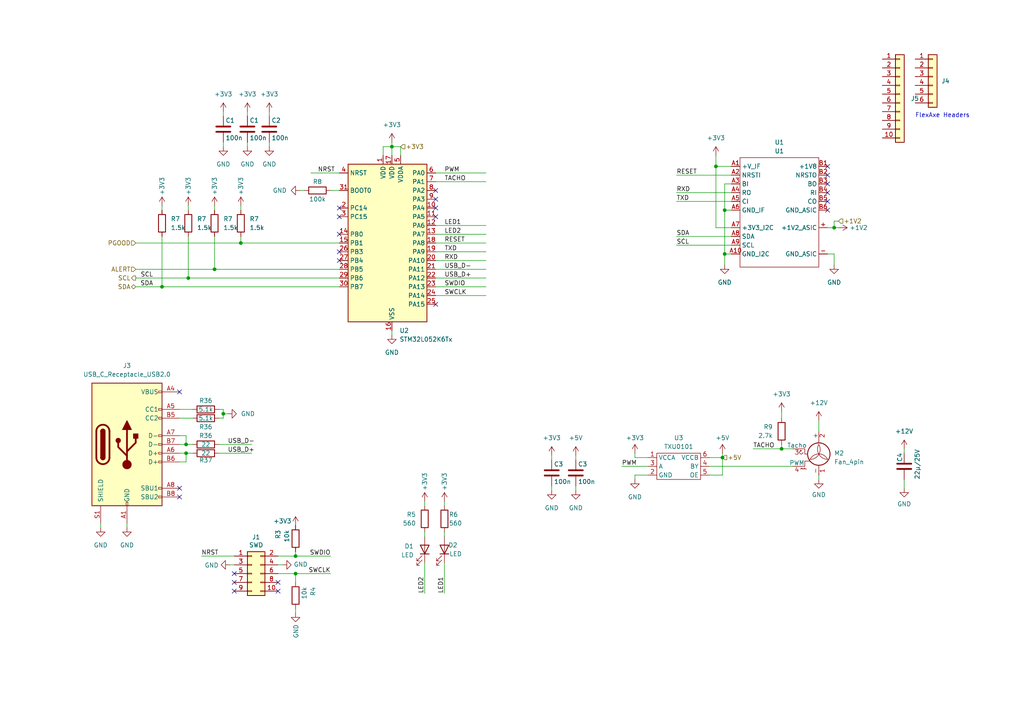
<source format=kicad_sch>
(kicad_sch (version 20230121) (generator eeschema)
  (paper "A4")
  (lib_symbols
    (symbol "Connector:USB_C_Receptacle_USB2.0" (pin_names (offset 1.016))
      (property "Reference" "J" (at -10.16 19.05 0))
      (property "Value" "USB_C_Receptacle_USB2.0" (at 19.05 19.05 0))
      (symbol "USB_C_Receptacle_USB2.0_0_0"
        (rectangle (start -0.254 -17.78) (end 0.254 -16.764))
        (rectangle (start 10.16 -14.986) (end 9.144 -15.494))
        (rectangle (start 10.16 -12.446) (end 9.144 -12.954))
        (rectangle (start 10.16 -4.826) (end 9.144 -5.334))
        (rectangle (start 10.16 -2.286) (end 9.144 -2.794))
        (rectangle (start 10.16 0.254) (end 9.144 -0.254))
        (rectangle (start 10.16 2.794) (end 9.144 2.286))
        (rectangle (start 10.16 7.874) (end 9.144 7.366))
        (rectangle (start 10.16 10.414) (end 9.144 9.906))
        (rectangle (start 10.16 15.494) (end 9.144 14.986))
      )
      (symbol "USB_C_Receptacle_USB2.0_0_1"
        (rectangle (start -10.16 17.78) (end 10.16 -17.78) (stroke (width 0.254)) (fill (type background)))
        (arc (start -8.89 -3.81) (mid -6.985 -5.7067) (end -5.08 -3.81) (stroke (width 0.508)))
        (arc (start -7.62 -3.81) (mid -6.985 -4.4423) (end -6.35 -3.81) (stroke (width 0.254)))
        (arc (start -7.62 -3.81) (mid -6.985 -4.4423) (end -6.35 -3.81) (stroke (width 0.254)) (fill (type outline)))
        (rectangle (start -7.62 -3.81) (end -6.35 3.81) (stroke (width 0.254)) (fill (type outline)))
        (arc (start -6.35 3.81) (mid -6.985 4.4423) (end -7.62 3.81) (stroke (width 0.254)))
        (arc (start -6.35 3.81) (mid -6.985 4.4423) (end -7.62 3.81) (stroke (width 0.254)) (fill (type outline)))
        (arc (start -5.08 3.81) (mid -6.985 5.7067) (end -8.89 3.81) (stroke (width 0.508)))
        (circle (center -2.54 1.143) (radius 0.635) (stroke (width 0.254)) (fill (type outline)))
        (circle (center 0 -5.842) (radius 1.27) (fill (type outline)))
        (polyline (pts (xy -8.89 -3.81) (xy -8.89 3.81)) (stroke (width 0.508)))
        (polyline (pts (xy -5.08 3.81) (xy -5.08 -3.81)) (stroke (width 0.508)))
        (polyline (pts (xy 0 -5.842) (xy 0 4.318)) (stroke (width 0.508)))
        (polyline (pts (xy 0 -3.302) (xy -2.54 -0.762) (xy -2.54 0.508)) (stroke (width 0.508)))
        (polyline (pts (xy 0 -2.032) (xy 2.54 0.508) (xy 2.54 1.778)) (stroke (width 0.508)))
        (polyline (pts (xy -1.27 4.318) (xy 0 6.858) (xy 1.27 4.318) (xy -1.27 4.318)) (stroke (width 0.254)) (fill (type outline)))
        (rectangle (start 1.905 1.778) (end 3.175 3.048) (stroke (width 0.254)) (fill (type outline)))
      )
      (symbol "USB_C_Receptacle_USB2.0_1_1"
        (pin passive line (at 0 -22.86 90) (length 5.08) (name "GND") (number "A1"))
        (pin passive line (at 0 -22.86 90) (length 5.08) hide (name "GND") (number "A12"))
        (pin passive line (at 15.24 15.24 180) (length 5.08) (name "VBUS") (number "A4"))
        (pin bidirectional line (at 15.24 10.16 180) (length 5.08) (name "CC1") (number "A5"))
        (pin bidirectional line (at 15.24 -2.54 180) (length 5.08) (name "D+") (number "A6"))
        (pin bidirectional line (at 15.24 2.54 180) (length 5.08) (name "D-") (number "A7"))
        (pin bidirectional line (at 15.24 -12.7 180) (length 5.08) (name "SBU1") (number "A8"))
        (pin passive line (at 15.24 15.24 180) (length 5.08) hide (name "VBUS") (number "A9"))
        (pin passive line (at 0 -22.86 90) (length 5.08) hide (name "GND") (number "B1"))
        (pin passive line (at 0 -22.86 90) (length 5.08) hide (name "GND") (number "B12"))
        (pin passive line (at 15.24 15.24 180) (length 5.08) hide (name "VBUS") (number "B4"))
        (pin bidirectional line (at 15.24 7.62 180) (length 5.08) (name "CC2") (number "B5"))
        (pin bidirectional line (at 15.24 -5.08 180) (length 5.08) (name "D+") (number "B6"))
        (pin bidirectional line (at 15.24 0 180) (length 5.08) (name "D-") (number "B7"))
        (pin bidirectional line (at 15.24 -15.24 180) (length 5.08) (name "SBU2") (number "B8"))
        (pin passive line (at 15.24 15.24 180) (length 5.08) hide (name "VBUS") (number "B9"))
        (pin passive line (at -7.62 -22.86 90) (length 5.08) (name "SHIELD") (number "S1"))
      )
    )
    (symbol "Connector_Generic:Conn_01x06" (pin_names (offset 1.016) hide)
      (property "Reference" "J" (at 0 7.62 0))
      (property "Value" "Conn_01x06" (at 0 -10.16 0))
      (symbol "Conn_01x06_1_1"
        (rectangle (start -1.27 -7.493) (end 0 -7.747) (stroke (width 0.1524)))
        (rectangle (start -1.27 -4.953) (end 0 -5.207) (stroke (width 0.1524)))
        (rectangle (start -1.27 -2.413) (end 0 -2.667) (stroke (width 0.1524)))
        (rectangle (start -1.27 0.127) (end 0 -0.127) (stroke (width 0.1524)))
        (rectangle (start -1.27 2.667) (end 0 2.413) (stroke (width 0.1524)))
        (rectangle (start -1.27 5.207) (end 0 4.953) (stroke (width 0.1524)))
        (rectangle (start -1.27 6.35) (end 1.27 -8.89) (stroke (width 0.254)) (fill (type background)))
        (pin passive line (at -5.08 5.08 0) (length 3.81) (name "Pin_1") (number "1"))
        (pin passive line (at -5.08 2.54 0) (length 3.81) (name "Pin_2") (number "2"))
        (pin passive line (at -5.08 0 0) (length 3.81) (name "Pin_3") (number "3"))
        (pin passive line (at -5.08 -2.54 0) (length 3.81) (name "Pin_4") (number "4"))
        (pin passive line (at -5.08 -5.08 0) (length 3.81) (name "Pin_5") (number "5"))
        (pin passive line (at -5.08 -7.62 0) (length 3.81) (name "Pin_6") (number "6"))
      )
    )
    (symbol "Connector_Generic:Conn_01x10" (pin_names (offset 1.016) hide)
      (property "Reference" "J" (at 0 12.7 0))
      (property "Value" "Conn_01x10" (at 0 -15.24 0))
      (symbol "Conn_01x10_1_1"
        (rectangle (start -1.27 -12.573) (end 0 -12.827) (stroke (width 0.1524)))
        (rectangle (start -1.27 -10.033) (end 0 -10.287) (stroke (width 0.1524)))
        (rectangle (start -1.27 -7.493) (end 0 -7.747) (stroke (width 0.1524)))
        (rectangle (start -1.27 -4.953) (end 0 -5.207) (stroke (width 0.1524)))
        (rectangle (start -1.27 -2.413) (end 0 -2.667) (stroke (width 0.1524)))
        (rectangle (start -1.27 0.127) (end 0 -0.127) (stroke (width 0.1524)))
        (rectangle (start -1.27 2.667) (end 0 2.413) (stroke (width 0.1524)))
        (rectangle (start -1.27 5.207) (end 0 4.953) (stroke (width 0.1524)))
        (rectangle (start -1.27 7.747) (end 0 7.493) (stroke (width 0.1524)))
        (rectangle (start -1.27 10.287) (end 0 10.033) (stroke (width 0.1524)))
        (rectangle (start -1.27 11.43) (end 1.27 -13.97) (stroke (width 0.254)) (fill (type background)))
        (pin passive line (at -5.08 10.16 0) (length 3.81) (name "Pin_1") (number "1"))
        (pin passive line (at -5.08 -12.7 0) (length 3.81) (name "Pin_10") (number "10"))
        (pin passive line (at -5.08 7.62 0) (length 3.81) (name "Pin_2") (number "2"))
        (pin passive line (at -5.08 5.08 0) (length 3.81) (name "Pin_3") (number "3"))
        (pin passive line (at -5.08 2.54 0) (length 3.81) (name "Pin_4") (number "4"))
        (pin passive line (at -5.08 0 0) (length 3.81) (name "Pin_5") (number "5"))
        (pin passive line (at -5.08 -2.54 0) (length 3.81) (name "Pin_6") (number "6"))
        (pin passive line (at -5.08 -5.08 0) (length 3.81) (name "Pin_7") (number "7"))
        (pin passive line (at -5.08 -7.62 0) (length 3.81) (name "Pin_8") (number "8"))
        (pin passive line (at -5.08 -10.16 0) (length 3.81) (name "Pin_9") (number "9"))
      )
    )
    (symbol "Device:C" (pin_numbers hide) (pin_names (offset 0.254))
      (property "Reference" "C" (at 0.635 2.54 0))
      (property "Value" "C" (at 0.635 -2.54 0))
      (symbol "C_0_1"
        (polyline (pts (xy -2.032 -0.762) (xy 2.032 -0.762)) (stroke (width 0.508)))
        (polyline (pts (xy -2.032 0.762) (xy 2.032 0.762)) (stroke (width 0.508)))
      )
      (symbol "C_1_1"
        (pin passive line (at 0 3.81 270) (length 2.794) (name "~") (number "1"))
        (pin passive line (at 0 -3.81 90) (length 2.794) (name "~") (number "2"))
      )
    )
    (symbol "Device:LED" (pin_numbers hide) (pin_names (offset 1.016) hide)
      (property "Reference" "D" (at 0 2.54 0))
      (property "Value" "LED" (at 0 -2.54 0))
      (symbol "LED_0_1"
        (polyline (pts (xy -1.27 -1.27) (xy -1.27 1.27)) (stroke (width 0.254)))
        (polyline (pts (xy -1.27 0) (xy 1.27 0)))
        (polyline (pts (xy 1.27 -1.27) (xy 1.27 1.27) (xy -1.27 0) (xy 1.27 -1.27)) (stroke (width 0.254)))
        (polyline (pts (xy -3.048 -0.762) (xy -4.572 -2.286) (xy -3.81 -2.286) (xy -4.572 -2.286) (xy -4.572 -1.524)))
        (polyline (pts (xy -1.778 -0.762) (xy -3.302 -2.286) (xy -2.54 -2.286) (xy -3.302 -2.286) (xy -3.302 -1.524)))
      )
      (symbol "LED_1_1"
        (pin passive line (at -3.81 0 0) (length 2.54) (name "K") (number "1"))
        (pin passive line (at 3.81 0 180) (length 2.54) (name "A") (number "2"))
      )
    )
    (symbol "Device:R" (pin_numbers hide) (pin_names (offset 0))
      (property "Reference" "R" (at 2.032 0 90))
      (property "Value" "R" (at 0 0 90))
      (symbol "R_0_1"
        (rectangle (start -1.016 -2.54) (end 1.016 2.54) (stroke (width 0.254)))
      )
      (symbol "R_1_1"
        (pin passive line (at 0 3.81 270) (length 1.27) (name "~") (number "1"))
        (pin passive line (at 0 -3.81 90) (length 1.27) (name "~") (number "2"))
      )
    )
    (symbol "GND_1" (power) (pin_names (offset 0))
      (property "Value" "GND_1" (at 0 -3.81 0))
      (symbol "GND_1_0_1"
        (polyline (pts (xy 0 0) (xy 0 -1.27) (xy 1.27 -1.27) (xy 0 -2.54) (xy -1.27 -1.27) (xy 0 -1.27)))
      )
      (symbol "GND_1_1_1"
        (pin power_in line (at 0 0 270) (length 0) hide (name "GND") (number "1"))
      )
    )
    (symbol "MCU_ST_STM32L0:STM32L052K6Tx"
      (property "Reference" "U" (at -10.16 24.13 0))
      (property "Value" "STM32L052K6Tx" (at 7.62 24.13 0))
      (symbol "STM32L052K6Tx_0_1"
        (rectangle (start -10.16 -22.86) (end 12.7 22.86) (stroke (width 0.254)) (fill (type background)))
      )
      (symbol "STM32L052K6Tx_1_1"
        (pin power_in line (at 0 25.4 270) (length 2.54) (name "VDD") (number "1"))
        (pin bidirectional line (at 15.24 10.16 180) (length 2.54) (name "PA4") (number "10"))
        (pin bidirectional line (at 15.24 7.62 180) (length 2.54) (name "PA5") (number "11"))
        (pin bidirectional line (at 15.24 5.08 180) (length 2.54) (name "PA6") (number "12"))
        (pin bidirectional line (at 15.24 2.54 180) (length 2.54) (name "PA7") (number "13"))
        (pin bidirectional line (at -12.7 2.54 0) (length 2.54) (name "PB0") (number "14"))
        (pin bidirectional line (at -12.7 0 0) (length 2.54) (name "PB1") (number "15"))
        (pin power_in line (at 2.54 -25.4 90) (length 2.54) (name "VSS") (number "16"))
        (pin power_in line (at 2.54 25.4 270) (length 2.54) (name "VDD") (number "17"))
        (pin bidirectional line (at 15.24 0 180) (length 2.54) (name "PA8") (number "18"))
        (pin bidirectional line (at 15.24 -2.54 180) (length 2.54) (name "PA9") (number "19"))
        (pin bidirectional line (at -12.7 10.16 0) (length 2.54) (name "PC14") (number "2"))
        (pin bidirectional line (at 15.24 -5.08 180) (length 2.54) (name "PA10") (number "20"))
        (pin bidirectional line (at 15.24 -7.62 180) (length 2.54) (name "PA11") (number "21"))
        (pin bidirectional line (at 15.24 -10.16 180) (length 2.54) (name "PA12") (number "22"))
        (pin bidirectional line (at 15.24 -12.7 180) (length 2.54) (name "PA13") (number "23"))
        (pin bidirectional line (at 15.24 -15.24 180) (length 2.54) (name "PA14") (number "24"))
        (pin bidirectional line (at 15.24 -17.78 180) (length 2.54) (name "PA15") (number "25"))
        (pin bidirectional line (at -12.7 -2.54 0) (length 2.54) (name "PB3") (number "26"))
        (pin bidirectional line (at -12.7 -5.08 0) (length 2.54) (name "PB4") (number "27"))
        (pin bidirectional line (at -12.7 -7.62 0) (length 2.54) (name "PB5") (number "28"))
        (pin bidirectional line (at -12.7 -10.16 0) (length 2.54) (name "PB6") (number "29"))
        (pin bidirectional line (at -12.7 7.62 0) (length 2.54) (name "PC15") (number "3"))
        (pin bidirectional line (at -12.7 -12.7 0) (length 2.54) (name "PB7") (number "30"))
        (pin input line (at -12.7 15.24 0) (length 2.54) (name "BOOT0") (number "31"))
        (pin passive line (at 2.54 -25.4 90) (length 2.54) hide (name "VSS") (number "32"))
        (pin input line (at -12.7 20.32 0) (length 2.54) (name "NRST") (number "4"))
        (pin power_in line (at 5.08 25.4 270) (length 2.54) (name "VDDA") (number "5"))
        (pin bidirectional line (at 15.24 20.32 180) (length 2.54) (name "PA0") (number "6"))
        (pin bidirectional line (at 15.24 17.78 180) (length 2.54) (name "PA1") (number "7"))
        (pin bidirectional line (at 15.24 15.24 180) (length 2.54) (name "PA2") (number "8"))
        (pin bidirectional line (at 15.24 12.7 180) (length 2.54) (name "PA3") (number "9"))
      )
    )
    (symbol "Motor:Fan_4pin" (pin_names (offset 0))
      (property "Reference" "M" (at 2.54 5.08 0))
      (property "Value" "Fan_4pin" (at 2.54 -2.54 0))
      (symbol "Fan_4pin_0_0"
        (arc (start -5.588 1.524) (mid -5.08 1.0182) (end -4.572 1.524))
        (arc (start -5.08 2.032) (mid -5.4392 1.8832) (end -5.588 1.524))
        (polyline (pts (xy -5.08 2.032) (xy -5.334 2.159)))
        (polyline (pts (xy -5.08 2.032) (xy -5.207 1.778)))
        (polyline (pts (xy -4.064 2.54) (xy -4.064 1.016) (xy -3.302 1.016)))
      )
      (symbol "Fan_4pin_0_1"
        (arc (start -2.54 -0.508) (mid 0.0028 0.9121) (end 0 3.81))
        (polyline (pts (xy -4.064 2.54) (xy -5.08 2.54)))
        (polyline (pts (xy 0 -5.08) (xy 0 -4.572)))
        (polyline (pts (xy 0 -2.2352) (xy 0 -2.6416)))
        (polyline (pts (xy 0 4.2672) (xy 0 4.6228)))
        (polyline (pts (xy 0 4.572) (xy 0 5.08)))
        (polyline (pts (xy -2.54 -1.016) (xy -4.064 -1.016) (xy -4.064 -2.54) (xy -5.08 -2.54)))
        (polyline (pts (xy -5.334 -3.302) (xy -5.08 -3.302) (xy -5.08 -3.048) (xy -4.826 -3.048) (xy -4.826 -3.302) (xy -4.318 -3.302) (xy -4.318 -3.048) (xy -4.064 -3.048) (xy -4.064 -3.302) (xy -3.556 -3.302)))
        (circle (center 0 1.016) (radius 3.2512) (stroke (width 0.254)))
        (arc (start 0 3.81) (mid 0.053 0.921) (end 2.54 -0.508))
        (arc (start 2.54 -0.508) (mid 0 1.0618) (end -2.54 -0.508))
      )
      (symbol "Fan_4pin_1_1"
        (pin passive line (at 0 -5.08 90) (length 2.54) (name "-") (number "1"))
        (pin passive line (at 0 7.62 270) (length 2.54) (name "+") (number "2"))
        (pin passive line (at -7.62 2.54 0) (length 2.54) (name "Tacho") (number "3"))
        (pin input line (at -7.62 -2.54 0) (length 2.54) (name "PWM") (number "4"))
      )
    )
    (symbol "clock-rescue:R" (pin_numbers hide) (pin_names (offset 0))
      (property "Reference" "R" (at 2.032 0 90))
      (property "Value" "R" (at 0 0 90))
      (symbol "R_0_1"
        (rectangle (start -1.016 -2.54) (end 1.016 2.54) (stroke (width 0.254)))
      )
      (symbol "R_1_1"
        (pin passive line (at 0 3.81 270) (length 1.27) (name "~") (number "1"))
        (pin passive line (at 0 -3.81 90) (length 1.27) (name "~") (number "2"))
      )
    )
    (symbol "dwc-hat-rescue:+3V3-power" (power) (pin_names (offset 0))
      (property "Value" "+3V3-power" (at 0 3.556 0))
      (symbol "+3V3-power_0_1"
        (polyline (pts (xy -0.762 1.27) (xy 0 2.54)))
        (polyline (pts (xy 0 0) (xy 0 2.54)))
        (polyline (pts (xy 0 2.54) (xy 0.762 1.27)))
      )
      (symbol "+3V3-power_1_1"
        (pin power_in line (at 0 0 90) (length 0) hide (name "+3V3") (number "1"))
      )
    )
    (symbol "dwc-hat-rescue:Conn_02x05_Odd_Even-Connector_Generic" (pin_names (offset 1.016) hide)
      (property "Reference" "J" (at 1.27 7.62 0))
      (property "Value" "Connector_Generic_Conn_02x05_Odd_Even" (at 1.27 -7.62 0))
      (symbol "Conn_02x05_Odd_Even-Connector_Generic_1_1"
        (rectangle (start -1.27 -4.953) (end 0 -5.207) (stroke (width 0.1524)))
        (rectangle (start -1.27 -2.413) (end 0 -2.667) (stroke (width 0.1524)))
        (rectangle (start -1.27 0.127) (end 0 -0.127) (stroke (width 0.1524)))
        (rectangle (start -1.27 2.667) (end 0 2.413) (stroke (width 0.1524)))
        (rectangle (start -1.27 5.207) (end 0 4.953) (stroke (width 0.1524)))
        (rectangle (start -1.27 6.35) (end 3.81 -6.35) (stroke (width 0.254)) (fill (type background)))
        (rectangle (start 3.81 -4.953) (end 2.54 -5.207) (stroke (width 0.1524)))
        (rectangle (start 3.81 -2.413) (end 2.54 -2.667) (stroke (width 0.1524)))
        (rectangle (start 3.81 0.127) (end 2.54 -0.127) (stroke (width 0.1524)))
        (rectangle (start 3.81 2.667) (end 2.54 2.413) (stroke (width 0.1524)))
        (rectangle (start 3.81 5.207) (end 2.54 4.953) (stroke (width 0.1524)))
        (pin passive line (at -5.08 5.08 0) (length 3.81) (name "Pin_1") (number "1"))
        (pin passive line (at 7.62 -5.08 180) (length 3.81) (name "Pin_10") (number "10"))
        (pin passive line (at 7.62 5.08 180) (length 3.81) (name "Pin_2") (number "2"))
        (pin passive line (at -5.08 2.54 0) (length 3.81) (name "Pin_3") (number "3"))
        (pin passive line (at 7.62 2.54 180) (length 3.81) (name "Pin_4") (number "4"))
        (pin passive line (at -5.08 0 0) (length 3.81) (name "Pin_5") (number "5"))
        (pin passive line (at 7.62 0 180) (length 3.81) (name "Pin_6") (number "6"))
        (pin passive line (at -5.08 -2.54 0) (length 3.81) (name "Pin_7") (number "7"))
        (pin passive line (at 7.62 -2.54 180) (length 3.81) (name "Pin_8") (number "8"))
        (pin passive line (at -5.08 -5.08 0) (length 3.81) (name "Pin_9") (number "9"))
      )
    )
    (symbol "dwc-hat-rescue:GND-power" (power) (pin_names (offset 0))
      (property "Value" "GND-power" (at 0 -3.81 0))
      (symbol "GND-power_0_1"
        (polyline (pts (xy 0 0) (xy 0 -1.27) (xy 1.27 -1.27) (xy 0 -2.54) (xy -1.27 -1.27) (xy 0 -1.27)))
      )
      (symbol "GND-power_1_1"
        (pin power_in line (at 0 0 270) (length 0) hide (name "GND") (number "1"))
      )
    )
    (symbol "dwc-hat-rescue:R-Device" (pin_numbers hide) (pin_names (offset 0))
      (property "Reference" "R" (at 2.032 0 90))
      (property "Value" "Device_R" (at 0 0 90))
      (symbol "R-Device_0_1"
        (rectangle (start -1.016 -2.54) (end 1.016 2.54) (stroke (width 0.254)))
      )
      (symbol "R-Device_1_1"
        (pin passive line (at 0 3.81 270) (length 1.27) (name "~") (number "1"))
        (pin passive line (at 0 -3.81 90) (length 1.27) (name "~") (number "2"))
      )
    )
    (symbol "mylib7:FLEXAXE"
      (property "Reference" "U" (at -10.16 15.24 0))
      (property "Value" "${REFERENCE}" (at -3.81 -19.05 0))
      (symbol "FLEXAXE_0_1"
        (rectangle (start -11.43 13.97) (end 11.43 -17.78))
      )
      (symbol "FLEXAXE_1_1"
        (pin power_in line (at 13.97 -6.35 180) (length 2.54) (name "+1V2_ASIC") (number "+"))
        (pin power_in line (at 13.97 -13.97 180) (length 2.54) (name "GND_ASIC") (number "-"))
        (pin input line (at -13.97 11.43 0) (length 2.54) (name "+V_IF") (number "A1"))
        (pin power_in line (at -13.97 -13.97 0) (length 2.54) (name "GND_I2C") (number "A10"))
        (pin input line (at -13.97 8.89 0) (length 2.54) (name "NRSTI") (number "A2"))
        (pin input line (at -13.97 6.35 0) (length 2.54) (name "BI") (number "A3"))
        (pin output line (at -13.97 3.81 0) (length 2.54) (name "RO") (number "A4"))
        (pin input line (at -13.97 1.27 0) (length 2.54) (name "CI") (number "A5"))
        (pin input line (at -13.97 -1.27 0) (length 2.54) (name "GND_IF") (number "A6"))
        (pin power_in line (at -13.97 -6.35 0) (length 2.54) (name "+3V3_I2C") (number "A7"))
        (pin open_collector line (at -13.97 -8.89 0) (length 2.54) (name "SDA") (number "A8"))
        (pin input line (at -13.97 -11.43 0) (length 2.54) (name "SCL") (number "A9"))
        (pin power_out line (at 13.97 11.43 180) (length 2.54) (name "+1V8") (number "B1"))
        (pin output line (at 13.97 8.89 180) (length 2.54) (name "NRSTO") (number "B2"))
        (pin output line (at 13.97 6.35 180) (length 2.54) (name "BO") (number "B3"))
        (pin input line (at 13.97 3.81 180) (length 2.54) (name "RI") (number "B4"))
        (pin output line (at 13.97 1.27 180) (length 2.54) (name "CO") (number "B5"))
        (pin power_in line (at 13.97 -1.27 180) (length 2.54) (name "GND_ASIC") (number "B6"))
      )
    )
    (symbol "mylib7:TXU0101DCK"
      (property "Reference" "U" (at -5.08 5.08 0))
      (property "Value" "TXU0101" (at -1.27 -5.08 0))
      (symbol "TXU0101DCK_0_1"
        (rectangle (start -6.35 3.81) (end 6.35 -3.81))
      )
      (symbol "TXU0101DCK_1_1"
        (pin power_in line (at -8.89 2.54 0) (length 2.54) (name "VCCA") (number "1"))
        (pin power_in line (at -8.89 -2.54 0) (length 2.54) (name "GND") (number "2"))
        (pin input line (at -8.89 0 0) (length 2.54) (name "A") (number "3"))
        (pin output line (at 8.89 0 180) (length 2.54) (name "BY") (number "4"))
        (pin input line (at 8.89 -2.54 180) (length 2.54) (name "OE") (number "5"))
        (pin power_in line (at 8.89 2.54 180) (length 2.54) (name "VCCB") (number "6"))
      )
    )
    (symbol "power:+12V" (power) (pin_names (offset 0))
      (property "Value" "+12V" (at 0 3.556 0))
      (symbol "+12V_0_1"
        (polyline (pts (xy -0.762 1.27) (xy 0 2.54)))
        (polyline (pts (xy 0 0) (xy 0 2.54)))
        (polyline (pts (xy 0 2.54) (xy 0.762 1.27)))
      )
      (symbol "+12V_1_1"
        (pin power_in line (at 0 0 90) (length 0) hide (name "+12V") (number "1"))
      )
    )
    (symbol "power:+1V2" (power) (pin_names (offset 0))
      (property "Value" "+1V2" (at 0 3.556 0))
      (symbol "+1V2_0_1"
        (polyline (pts (xy -0.762 1.27) (xy 0 2.54)))
        (polyline (pts (xy 0 0) (xy 0 2.54)))
        (polyline (pts (xy 0 2.54) (xy 0.762 1.27)))
      )
      (symbol "+1V2_1_1"
        (pin power_in line (at 0 0 90) (length 0) hide (name "+1V2") (number "1"))
      )
    )
    (symbol "power:+3V3" (power) (pin_names (offset 0))
      (property "Value" "+3V3" (at 0 3.556 0))
      (symbol "+3V3_0_1"
        (polyline (pts (xy -0.762 1.27) (xy 0 2.54)))
        (polyline (pts (xy 0 0) (xy 0 2.54)))
        (polyline (pts (xy 0 2.54) (xy 0.762 1.27)))
      )
      (symbol "+3V3_1_1"
        (pin power_in line (at 0 0 90) (length 0) hide (name "+3V3") (number "1"))
      )
    )
    (symbol "power:+5V" (power) (pin_names (offset 0))
      (property "Value" "+5V" (at 0 3.556 0))
      (symbol "+5V_0_1"
        (polyline (pts (xy -0.762 1.27) (xy 0 2.54)))
        (polyline (pts (xy 0 0) (xy 0 2.54)))
        (polyline (pts (xy 0 2.54) (xy 0.762 1.27)))
      )
      (symbol "+5V_1_1"
        (pin power_in line (at 0 0 90) (length 0) hide (name "+5V") (number "1"))
      )
    )
    (symbol "power:GND" (power) (pin_names (offset 0))
      (property "Value" "GND" (at 0 -3.81 0))
      (symbol "GND_0_1"
        (polyline (pts (xy 0 0) (xy 0 -1.27) (xy 1.27 -1.27) (xy 0 -2.54) (xy -1.27 -1.27) (xy 0 -1.27)))
      )
      (symbol "GND_1_1"
        (pin power_in line (at 0 0 270) (length 0) hide (name "GND") (number "1"))
      )
    )
    (symbol "vfd1-rescue:C" (pin_numbers hide) (pin_names (offset 0.254))
      (property "Reference" "C" (at 0.635 2.54 0))
      (property "Value" "C" (at 0.635 -2.54 0))
      (symbol "C_0_1"
        (polyline (pts (xy -2.032 -0.762) (xy 2.032 -0.762)) (stroke (width 0.508)))
        (polyline (pts (xy -2.032 0.762) (xy 2.032 0.762)) (stroke (width 0.508)))
      )
      (symbol "C_1_1"
        (pin passive line (at 0 3.81 270) (length 2.794) (name "~") (number "1"))
        (pin passive line (at 0 -3.81 90) (length 2.794) (name "~") (number "2"))
      )
    )
  )
  (junction (at 207.645 48.26))
  (junction (at 209.55 132.715))
  (junction (at 64.77 120.015))
  (junction (at 85.725 161.29))
  (junction (at 62.23 78.105))
  (junction (at 210.185 60.96))
  (junction (at 54.61 80.645))
  (junction (at 226.695 130.175))
  (junction (at 69.85 70.485))
  (junction (at 85.725 166.37))
  (junction (at 113.665 42.545))
  (junction (at 53.975 128.905))
  (junction (at 241.935 66.04))
  (junction (at 46.99 83.185))
  (junction (at 53.975 131.445))
  (junction (at 210.185 73.66))
  (no_connect (at 240.03 50.8))
  (no_connect (at 98.425 75.565))
  (no_connect (at 80.645 171.45))
  (no_connect (at 52.07 144.145))
  (no_connect (at 98.425 60.325))
  (no_connect (at 126.365 88.265))
  (no_connect (at 240.03 58.42))
  (no_connect (at 52.07 141.605))
  (no_connect (at 52.07 113.665))
  (no_connect (at 67.945 168.91))
  (no_connect (at 240.03 48.26))
  (no_connect (at 98.425 73.025))
  (no_connect (at 67.945 166.37))
  (no_connect (at 126.365 62.865))
  (no_connect (at 80.645 168.91))
  (no_connect (at 240.03 60.96))
  (no_connect (at 67.945 171.45))
  (no_connect (at 98.425 67.945))
  (no_connect (at 240.03 55.88))
  (no_connect (at 126.365 60.325))
  (no_connect (at 126.365 57.785))
  (no_connect (at 240.03 53.34))
  (no_connect (at 126.365 55.245))
  (no_connect (at 98.425 62.865))
  (wire (pts (xy 196.215 55.88) (xy 212.09 55.88)))
  (wire (pts (xy 160.02 140.97) (xy 160.02 142.24)))
  (wire (pts (xy 39.37 70.485) (xy 69.85 70.485)))
  (wire (pts (xy 85.725 168.91) (xy 85.725 166.37)))
  (wire (pts (xy 123.19 163.195) (xy 123.19 172.085)))
  (wire (pts (xy 39.37 80.645) (xy 54.61 80.645)))
  (wire (pts (xy 205.74 132.715) (xy 209.55 132.715)))
  (wire (pts (xy 167.005 132.08) (xy 167.005 133.35)))
  (wire (pts (xy 210.185 60.96) (xy 212.09 60.96)))
  (wire (pts (xy 62.23 68.58) (xy 62.23 78.105)))
  (wire (pts (xy 53.975 131.445) (xy 53.975 133.985)))
  (wire (pts (xy 64.77 121.285) (xy 63.5 121.285)))
  (wire (pts (xy 63.5 118.745) (xy 64.77 118.745)))
  (wire (pts (xy 126.365 83.185) (xy 140.97 83.185)))
  (wire (pts (xy 207.645 45.085) (xy 207.645 48.26)))
  (wire (pts (xy 210.185 73.66) (xy 210.185 60.96)))
  (wire (pts (xy 69.85 68.58) (xy 69.85 70.485)))
  (wire (pts (xy 241.935 76.835) (xy 241.935 73.66)))
  (wire (pts (xy 196.215 71.12) (xy 212.09 71.12)))
  (wire (pts (xy 52.07 118.745) (xy 55.88 118.745)))
  (wire (pts (xy 196.215 58.42) (xy 212.09 58.42)))
  (wire (pts (xy 46.99 83.185) (xy 98.425 83.185)))
  (wire (pts (xy 226.695 130.175) (xy 229.87 130.175)))
  (wire (pts (xy 69.85 70.485) (xy 98.425 70.485)))
  (wire (pts (xy 123.19 145.415) (xy 123.19 146.685)))
  (wire (pts (xy 243.205 64.135) (xy 241.935 64.135)))
  (wire (pts (xy 210.185 76.835) (xy 210.185 73.66)))
  (wire (pts (xy 209.55 137.795) (xy 209.55 132.715)))
  (wire (pts (xy 53.975 133.985) (xy 52.07 133.985)))
  (wire (pts (xy 52.07 131.445) (xy 53.975 131.445)))
  (wire (pts (xy 262.255 139.065) (xy 262.255 141.605)))
  (wire (pts (xy 29.21 151.765) (xy 29.21 153.035)))
  (wire (pts (xy 53.975 126.365) (xy 53.975 128.905)))
  (wire (pts (xy 62.23 59.69) (xy 62.23 60.96)))
  (wire (pts (xy 212.09 53.34) (xy 210.185 53.34)))
  (wire (pts (xy 63.5 128.905) (xy 73.025 128.905)))
  (wire (pts (xy 184.15 137.795) (xy 187.96 137.795)))
  (wire (pts (xy 126.365 50.165) (xy 140.97 50.165)))
  (wire (pts (xy 39.37 83.185) (xy 46.99 83.185)))
  (wire (pts (xy 95.885 166.37) (xy 85.725 166.37)))
  (wire (pts (xy 240.03 66.04) (xy 241.935 66.04)))
  (wire (pts (xy 126.365 85.725) (xy 140.97 85.725)))
  (wire (pts (xy 85.725 166.37) (xy 80.645 166.37)))
  (wire (pts (xy 226.695 128.905) (xy 226.695 130.175)))
  (wire (pts (xy 128.905 163.195) (xy 128.905 172.085)))
  (wire (pts (xy 52.07 126.365) (xy 53.975 126.365)))
  (wire (pts (xy 78.105 41.275) (xy 78.105 42.545)))
  (wire (pts (xy 54.61 80.645) (xy 98.425 80.645)))
  (wire (pts (xy 71.755 32.385) (xy 71.755 33.655)))
  (wire (pts (xy 237.49 121.92) (xy 237.49 125.095)))
  (wire (pts (xy 113.665 95.885) (xy 113.665 97.155)))
  (wire (pts (xy 116.205 45.085) (xy 116.205 42.545)))
  (wire (pts (xy 123.19 154.305) (xy 123.19 155.575)))
  (wire (pts (xy 54.61 59.69) (xy 54.61 60.96)))
  (wire (pts (xy 95.885 55.245) (xy 98.425 55.245)))
  (wire (pts (xy 53.975 128.905) (xy 52.07 128.905)))
  (wire (pts (xy 237.49 137.795) (xy 237.49 139.065)))
  (wire (pts (xy 53.975 131.445) (xy 55.88 131.445)))
  (wire (pts (xy 113.665 42.545) (xy 113.665 45.085)))
  (wire (pts (xy 64.77 32.385) (xy 64.77 33.655)))
  (wire (pts (xy 207.645 66.04) (xy 212.09 66.04)))
  (wire (pts (xy 207.645 48.26) (xy 207.645 66.04)))
  (wire (pts (xy 241.935 64.135) (xy 241.935 66.04)))
  (wire (pts (xy 226.695 119.38) (xy 226.695 121.285)))
  (wire (pts (xy 196.215 50.8) (xy 212.09 50.8)))
  (wire (pts (xy 116.205 42.545) (xy 113.665 42.545)))
  (wire (pts (xy 209.55 132.715) (xy 209.55 131.445)))
  (wire (pts (xy 81.915 163.83) (xy 80.645 163.83)))
  (wire (pts (xy 78.105 32.385) (xy 78.105 33.655)))
  (wire (pts (xy 160.02 132.08) (xy 160.02 133.35)))
  (wire (pts (xy 126.365 70.485) (xy 140.97 70.485)))
  (wire (pts (xy 210.185 53.34) (xy 210.185 60.96)))
  (wire (pts (xy 62.23 78.105) (xy 98.425 78.105)))
  (wire (pts (xy 205.74 137.795) (xy 209.55 137.795)))
  (wire (pts (xy 52.07 121.285) (xy 55.88 121.285)))
  (wire (pts (xy 53.975 128.905) (xy 55.88 128.905)))
  (wire (pts (xy 126.365 75.565) (xy 140.97 75.565)))
  (wire (pts (xy 46.99 68.58) (xy 46.99 83.185)))
  (wire (pts (xy 39.37 78.105) (xy 62.23 78.105)))
  (wire (pts (xy 63.5 131.445) (xy 73.025 131.445)))
  (wire (pts (xy 126.365 78.105) (xy 140.97 78.105)))
  (wire (pts (xy 207.645 48.26) (xy 212.09 48.26)))
  (wire (pts (xy 46.99 59.69) (xy 46.99 60.96)))
  (wire (pts (xy 184.15 139.065) (xy 184.15 137.795)))
  (wire (pts (xy 167.005 140.97) (xy 167.005 142.24)))
  (wire (pts (xy 64.77 120.015) (xy 64.77 121.285)))
  (wire (pts (xy 180.34 135.255) (xy 187.96 135.255)))
  (wire (pts (xy 85.725 160.02) (xy 85.725 161.29)))
  (wire (pts (xy 90.17 50.165) (xy 98.425 50.165)))
  (wire (pts (xy 111.125 42.545) (xy 113.665 42.545)))
  (wire (pts (xy 85.725 161.29) (xy 80.645 161.29)))
  (wire (pts (xy 71.755 41.275) (xy 71.755 42.545)))
  (wire (pts (xy 64.77 41.275) (xy 64.77 42.545)))
  (wire (pts (xy 210.185 73.66) (xy 212.09 73.66)))
  (wire (pts (xy 126.365 67.945) (xy 140.97 67.945)))
  (wire (pts (xy 85.725 176.53) (xy 85.725 177.8)))
  (wire (pts (xy 126.365 65.405) (xy 140.97 65.405)))
  (wire (pts (xy 64.77 120.015) (xy 66.04 120.015)))
  (wire (pts (xy 54.61 68.58) (xy 54.61 80.645)))
  (wire (pts (xy 241.935 73.66) (xy 240.03 73.66)))
  (wire (pts (xy 69.85 59.69) (xy 69.85 60.96)))
  (wire (pts (xy 184.15 132.715) (xy 187.96 132.715)))
  (wire (pts (xy 111.125 45.085) (xy 111.125 42.545)))
  (wire (pts (xy 205.74 135.255) (xy 229.87 135.255)))
  (wire (pts (xy 113.665 41.275) (xy 113.665 42.545)))
  (wire (pts (xy 95.885 161.29) (xy 85.725 161.29)))
  (wire (pts (xy 126.365 73.025) (xy 140.97 73.025)))
  (wire (pts (xy 36.83 151.765) (xy 36.83 153.035)))
  (wire (pts (xy 58.42 161.29) (xy 67.945 161.29)))
  (wire (pts (xy 196.215 68.58) (xy 212.09 68.58)))
  (wire (pts (xy 184.15 131.445) (xy 184.15 132.715)))
  (wire (pts (xy 218.44 130.175) (xy 226.695 130.175)))
  (wire (pts (xy 128.905 145.415) (xy 128.905 146.685)))
  (wire (pts (xy 66.675 163.83) (xy 67.945 163.83)))
  (wire (pts (xy 126.365 80.645) (xy 140.97 80.645)))
  (wire (pts (xy 128.905 154.305) (xy 128.905 155.575)))
  (wire (pts (xy 86.995 55.245) (xy 88.265 55.245)))
  (wire (pts (xy 262.255 130.175) (xy 262.255 131.445)))
  (wire (pts (xy 64.77 118.745) (xy 64.77 120.015)))
  (wire (pts (xy 241.935 66.04) (xy 243.205 66.04)))
  (wire (pts (xy 126.365 52.705) (xy 140.97 52.705)))
  (text "FlexAxe Headers" (at 265.43 34.29 0) (effects (font (size 1.27 1.27)) (justify left bottom)))
  (label "SWCLK" (at 95.885 166.37 180))
  (label "LED1" (at 128.905 65.405 0))
  (label "LED1" (at 128.905 172.085 90))
  (label "LED2" (at 128.905 67.945 0))
  (label "RESET" (at 196.215 50.8 0))
  (label "RXD" (at 128.905 75.565 0))
  (label "TXD" (at 128.905 73.025 0))
  (label "SCL" (at 44.45 80.645 180))
  (label "RESET" (at 128.905 70.485 0))
  (label "USB_D+" (at 66.04 131.445 0))
  (label "LED2" (at 123.19 172.085 90))
  (label "SWDIO" (at 95.885 161.29 180))
  (label "SWCLK" (at 128.905 85.725 0))
  (label "RXD" (at 196.215 55.88 0))
  (label "USB_D-" (at 128.905 78.105 0))
  (label "SWDIO" (at 128.905 83.185 0))
  (label "NRST" (at 58.42 161.29 0))
  (label "TXD" (at 196.215 58.42 0))
  (label "PWM" (at 128.905 50.165 0))
  (label "TACHO" (at 218.44 130.175 0))
  (label "USB_D-" (at 66.04 128.905 0))
  (label "TACHO" (at 128.905 52.705 0))
  (label "SCL" (at 196.215 71.12 0))
  (label "SDA" (at 196.215 68.58 0))
  (label "NRST" (at 97.155 50.165 180))
  (label "USB_D+" (at 128.905 80.645 0))
  (label "SDA" (at 44.45 83.185 180))
  (label "PWM" (at 180.34 135.255 0))
  (hierarchical_label "ALERT" (shape input) (at 39.37 78.105 180))
  (hierarchical_label "+3V3" (shape input) (at 116.205 42.545 0))
  (hierarchical_label "SDA" (shape bidirectional) (at 39.37 83.185 180))
  (hierarchical_label "SCL" (shape output) (at 39.37 80.645 180))
  (hierarchical_label "PGOOD" (shape input) (at 39.37 70.485 180))
  (hierarchical_label "+5V" (shape input) (at 209.55 132.715 0))
  (hierarchical_label "+1V2" (shape input) (at 243.205 64.135 0))
  (symbol (lib_id "Device:R") (at 54.61 64.77 0) (unit 1)
    (property "Reference" "R7" (at 57.15 63.5 0) (effects (justify left)))
    (property "Value" "1.5k" (at 57.15 66.04 0) (effects (justify left)))
    (property "Footprint" "Resistor_SMD:R_0805_2012Metric" (effects hide))
  )
  (symbol (lib_id "Device:R") (at 62.23 64.77 0) (unit 1)
    (property "Reference" "R7" (at 64.77 63.5 0) (effects (justify left)))
    (property "Value" "1.5k" (at 64.77 66.04 0) (effects (justify left)))
    (property "Footprint" "Resistor_SMD:R_0805_2012Metric" (effects hide))
  )
  (symbol (lib_id "dwc-hat-rescue:GND-power") (at 85.725 177.8 0) (unit 1)
    (property "Reference" "#PWR08" (effects hide))
    (property "Value" "GND" (at 85.852 181.0512 90) (effects (justify right)))
  )
  (symbol (lib_id "mylib7:FLEXAXE") (at 226.06 59.69 0) (unit 1)
    (property "Reference" "U1" (at 226.06 41.275 0))
    (property "Value" "${REFERENCE}" (at 226.06 43.815 0))
    (property "Footprint" "myfootprints:FLEXAXE" (effects hide))
    (property "Distributor" "-" (effects hide))
  )
  (symbol (lib_id "power:+12V") (at 262.255 130.175 0) (unit 1)
    (property "Reference" "#PWR034" (effects hide))
    (property "Value" "+12V" (at 262.255 125.095 0))
  )
  (symbol (lib_id "power:GND") (at 113.665 97.155 0) (unit 1)
    (property "Reference" "#PWR021" (effects hide))
    (property "Value" "GND" (at 113.665 102.235 0))
  )
  (symbol (lib_id "power:GND") (at 86.995 55.245 270) (unit 1)
    (property "Reference" "#PWR019" (effects hide))
    (property "Value" "GND" (at 83.185 55.245 90) (effects (justify right)))
  )
  (symbol (lib_id "mylib7:TXU0101DCK") (at 196.85 135.255 0) (unit 1)
    (property "Reference" "U3" (at 196.85 127 0))
    (property "Value" "TXU0101" (at 196.85 129.54 0))
    (property "Footprint" "Package_TO_SOT_SMD:SOT-363_SC-70-6" (effects hide))
    (property "Distributor" "D" (effects hide))
    (property "Manufacturer" "TXU0101DCKR" (effects hide))
    (property "OrderNr" "296-TXU0101DCKRCT-ND" (effects hide))
  )
  (symbol (lib_id "dwc-hat-rescue:GND-power") (at 81.915 163.83 90) (unit 1)
    (property "Reference" "#PWR06" (effects hide))
    (property "Value" "GND" (at 85.1662 163.703 90) (effects (justify right)))
  )
  (symbol (lib_id "Device:R") (at 92.075 55.245 90) (unit 1)
    (property "Reference" "R8" (at 92.075 52.705 90))
    (property "Value" "100k" (at 92.075 57.785 90))
    (property "Footprint" "Resistor_SMD:R_0805_2012Metric" (effects hide))
  )
  (symbol (lib_id "power:GND") (at 36.83 153.035 0) (unit 1)
    (property "Reference" "#PWR046" (effects hide))
    (property "Value" "GND" (at 36.83 158.115 0))
  )
  (symbol (lib_id "power:+3V3") (at 123.19 145.415 0) (unit 1)
    (property "Reference" "#PWR09" (effects hide))
    (property "Value" "+3V3" (at 123.19 139.7 90))
  )
  (symbol (lib_id "power:+3V3") (at 207.645 45.085 0) (unit 1)
    (property "Reference" "#PWR028" (effects hide))
    (property "Value" "+3V3" (at 207.645 40.005 0))
  )
  (symbol (lib_id "power:GND") (at 210.185 76.835 0) (unit 1)
    (property "Reference" "#PWR015" (effects hide))
    (property "Value" "GND" (at 210.185 81.915 0))
  )
  (symbol (lib_id "Device:R") (at 128.905 150.495 0) (unit 1)
    (property "Reference" "R6" (at 130.175 149.225 0) (effects (justify left)))
    (property "Value" "560" (at 130.175 151.765 0) (effects (justify left)))
    (property "Footprint" "Resistor_SMD:R_0805_2012Metric" (effects hide))
  )
  (symbol (lib_id "Motor:Fan_4pin") (at 237.49 132.715 0) (unit 1)
    (property "Reference" "M2" (at 241.935 131.445 0) (effects (justify left)))
    (property "Value" "Fan_4pin" (at 241.935 133.985 0) (effects (justify left)))
    (property "Footprint" "Connector:FanPinHeader_1x04_P2.54mm_Vertical" (effects hide))
    (property "Datasheet" "http://www.formfactors.org/developer%5Cspecs%5Crev1_2_public.pdf" (effects hide))
    (property "Distributor" "D" (effects hide))
    (property "Manufacturer" "0470531000" (effects hide))
    (property "OrderNr" "WM4330-ND" (effects hide))
  )
  (symbol (lib_id "power:+3V3") (at 69.85 59.69 0) (unit 1)
    (property "Reference" "#PWR011" (effects hide))
    (property "Value" "+3V3" (at 69.85 53.975 90))
  )
  (symbol (lib_id "vfd1-rescue:C") (at 71.755 37.465 0) (unit 1)
    (property "Reference" "C1" (at 72.39 34.925 0) (effects (justify left)))
    (property "Value" "100n" (at 72.39 40.005 0) (effects (justify left)))
    (property "Footprint" "Capacitor_SMD:C_0805_2012Metric" (effects hide))
  )
  (symbol (lib_id "power:GND") (at 262.255 141.605 0) (unit 1)
    (property "Reference" "#PWR035" (effects hide))
    (property "Value" "GND" (at 262.255 146.177 0))
  )
  (symbol (lib_id "Device:C") (at 262.255 135.255 0) (unit 1)
    (property "Reference" "C4" (at 260.985 133.985 90) (effects (justify left)))
    (property "Value" "22µ/25V" (at 266.065 139.065 90) (effects (justify left)))
    (property "Footprint" "Capacitor_SMD:C_1210_3225Metric" (effects hide))
    (property "Distributor" "D" (effects hide))
    (property "Manufacturer" "C1210C226K3PAC7800" (effects hide))
    (property "OrderNr" "399-C1210C226K3PAC7800CT-ND" (effects hide))
  )
  (symbol (lib_id "dwc-hat-rescue:Conn_02x05_Odd_Even-Connector_Generic") (at 73.025 166.37 0) (unit 1)
    (property "Reference" "J1" (at 74.295 155.7782 0))
    (property "Value" "SWD" (at 74.295 158.0896 0))
    (property "Footprint" "myfootprints:PinHeader_IDC_2x05_P1.27mm_Vertical_SMD" (effects hide))
  )
  (symbol (lib_id "power:+3V3") (at 184.15 131.445 0) (unit 1)
    (property "Reference" "#PWR03" (effects hide))
    (property "Value" "+3V3" (at 184.15 127 0))
  )
  (symbol (lib_id "vfd1-rescue:C") (at 167.005 137.16 0) (unit 1)
    (property "Reference" "C3" (at 167.64 134.62 0) (effects (justify left)))
    (property "Value" "100n" (at 167.64 139.7 0) (effects (justify left)))
    (property "Footprint" "Capacitor_SMD:C_0805_2012Metric" (effects hide))
  )
  (symbol (lib_id "Connector:USB_C_Receptacle_USB2.0") (at 36.83 128.905 0) (unit 1)
    (property "Reference" "J3" (at 36.83 106.045 0))
    (property "Value" "USB_C_Receptacle_USB2.0" (at 36.83 108.585 0))
    (property "Footprint" "Connector_USB:USB_C_Receptacle_GCT_USB4105-xx-A_16P_TopMnt_Horizontal" (effects hide))
    (property "Datasheet" "https://www.usb.org/sites/default/files/documents/usb_type-c.zip" (effects hide))
    (property "Distributor" "D" (effects hide))
    (property "Manufacturer" "USB4105-GF-A" (effects hide))
    (property "OrderNr" "2073-USB4105-GF-ACT-ND" (effects hide))
  )
  (symbol (lib_id "vfd1-rescue:C") (at 64.77 37.465 0) (unit 1)
    (property "Reference" "C1" (at 65.405 34.925 0) (effects (justify left)))
    (property "Value" "100n" (at 65.405 40.005 0) (effects (justify left)))
    (property "Footprint" "Capacitor_SMD:C_0805_2012Metric" (effects hide))
  )
  (symbol (lib_id "vfd1-rescue:C") (at 160.02 137.16 0) (unit 1)
    (property "Reference" "C3" (at 160.655 134.62 0) (effects (justify left)))
    (property "Value" "100n" (at 160.655 139.7 0) (effects (justify left)))
    (property "Footprint" "Capacitor_SMD:C_0805_2012Metric" (effects hide))
  )
  (symbol (lib_id "power:GND") (at 66.04 120.015 90) (unit 1)
    (property "Reference" "#PWR047" (effects hide))
    (property "Value" "GND" (at 69.85 120.015 90) (effects (justify right)))
  )
  (symbol (lib_id "dwc-hat-rescue:GND-power") (at 66.675 163.83 270) (unit 1)
    (property "Reference" "#PWR01" (effects hide))
    (property "Value" "GND" (at 63.4238 163.957 90) (effects (justify right)))
  )
  (symbol (lib_id "vfd1-rescue:C") (at 78.105 37.465 0) (unit 1)
    (property "Reference" "C2" (at 78.74 34.925 0) (effects (justify left)))
    (property "Value" "100n" (at 78.74 40.005 0) (effects (justify left)))
    (property "Footprint" "Capacitor_SMD:C_0805_2012Metric" (effects hide))
  )
  (symbol (lib_id "MCU_ST_STM32L0:STM32L052K6Tx") (at 111.125 70.485 0) (unit 1)
    (property "Reference" "U2" (at 115.8591 95.885 0) (effects (justify left)))
    (property "Value" "STM32L052K6Tx" (at 115.8591 98.425 0) (effects (justify left)))
    (property "Footprint" "Package_QFP:LQFP-32_7x7mm_P0.8mm" (effects hide))
    (property "Datasheet" "https://www.st.com/resource/en/datasheet/stm32l052k6.pdf" (effects hide))
    (property "Distributor" "D" (effects hide))
    (property "Manufacturer" "STM32L052K8T6" (effects hide))
    (property "OrderNr" "497-14904-ND" (effects hide))
  )
  (symbol (lib_id "power:+1V2") (at 243.205 66.04 270) (unit 1)
    (property "Reference" "#PWR029" (effects hide))
    (property "Value" "+1V2" (at 246.38 66.04 90) (effects (justify left)))
  )
  (symbol (lib_id "power:+3V3") (at 128.905 145.415 0) (unit 1)
    (property "Reference" "#PWR010" (effects hide))
    (property "Value" "+3V3" (at 128.905 139.7 90))
  )
  (symbol (lib_id "power:GND") (at 237.49 139.065 0) (unit 1)
    (property "Reference" "#PWR033" (effects hide))
    (property "Value" "GND" (at 237.49 143.51 0))
  )
  (symbol (lib_id "clock-rescue:R") (at 59.69 128.905 270) (unit 1)
    (property "Reference" "R36" (at 59.69 126.365 90))
    (property "Value" "22" (at 59.69 128.905 90))
    (property "Footprint" "Resistor_SMD:R_0805_2012Metric" (effects hide))
    (instances (project "clockmicro" (path "" (reference "R36") (unit 1))) (project "fanpi" (path "" (reference "R19") (unit 1))) (project "vfd-night-projector-clock" (path "" (reference "R27") (unit 1))) (project "pi" (path "" (reference "R1") (unit 1))) (project "kicad" (path "" (reference "R20") (unit 1))))
  )
  (symbol (lib_id "power:GND") (at 64.77 42.545 0) (unit 1)
    (property "Reference" "#PWR013" (effects hide))
    (property "Value" "GND" (at 64.77 47.625 0))
  )
  (symbol (lib_id "power:+5V") (at 209.55 131.445 0) (unit 1)
    (property "Reference" "#PWR023" (effects hide))
    (property "Value" "+5V" (at 209.55 127 0))
  )
  (symbol (lib_id "Connector_Generic:Conn_01x10") (at 260.985 27.305 0) (unit 1) (on_board no)
    (property "Reference" "J5" (at 264.16 28.575 0) (effects (justify left)))
    (property "Value" "Conn_01x10" (effects hide))
    (property "Distributor" "D" (effects hide))
    (property "Manufacturer" "M50-3631042" (effects hide))
    (property "OrderNr" "952-3612-ND" (effects hide))
  )
  (symbol (lib_id "power:GND") (at 71.755 42.545 0) (unit 1)
    (property "Reference" "#PWR013" (effects hide))
    (property "Value" "GND" (at 71.755 47.625 0))
  )
  (symbol (lib_id "dwc-hat-rescue:R-Device") (at 85.725 172.72 180) (unit 1)
    (property "Reference" "R4" (at 90.805 170.18 90) (effects (justify left)))
    (property "Value" "10k" (at 88.265 170.18 90) (effects (justify left)))
    (property "Footprint" "Resistor_SMD:R_0805_2012Metric" (effects hide))
  )
  (symbol (lib_id "power:GND") (at 160.02 142.24 0) (unit 1)
    (property "Reference" "#PWR018" (effects hide))
    (property "Value" "GND" (at 160.02 147.32 0))
  )
  (symbol (lib_id "power:+3V3") (at 226.695 119.38 0) (unit 1)
    (property "Reference" "#PWR025" (effects hide))
    (property "Value" "+3V3" (at 226.695 114.3 0))
  )
  (symbol (lib_id "power:GND") (at 167.005 142.24 0) (unit 1)
    (property "Reference" "#PWR018" (effects hide))
    (property "Value" "GND" (at 167.005 147.32 0))
  )
  (symbol (lib_name "GND_1") (lib_id "power:GND") (at 184.15 139.065 0) (unit 1)
    (property "Reference" "#PWR022" (effects hide))
    (property "Value" "GND" (at 184.15 144.145 0))
  )
  (symbol (lib_id "power:+3V3") (at 78.105 32.385 0) (unit 1)
    (property "Reference" "#PWR014" (effects hide))
    (property "Value" "+3V3" (at 78.105 27.305 0))
  )
  (symbol (lib_id "clock-rescue:R") (at 59.69 121.285 270) (mirror x) (unit 1)
    (property "Reference" "R36" (at 59.69 123.825 90))
    (property "Value" "5.1k" (at 59.69 121.285 90))
    (property "Footprint" "Resistor_SMD:R_0805_2012Metric" (effects hide))
    (instances (project "clockmicro" (path "" (reference "R36") (unit 1))) (project "fanpi" (path "" (reference "R19") (unit 1))) (project "vfd-night-projector-clock" (path "" (reference "R27") (unit 1))) (project "pi" (path "" (reference "R1") (unit 1))) (project "kicad" (path "" (reference "R19") (unit 1))))
  )
  (symbol (lib_id "Device:R") (at 69.85 64.77 0) (unit 1)
    (property "Reference" "R7" (at 72.39 63.5 0) (effects (justify left)))
    (property "Value" "1.5k" (at 72.39 66.04 0) (effects (justify left)))
    (property "Footprint" "Resistor_SMD:R_0805_2012Metric" (effects hide))
  )
  (symbol (lib_id "power:+3V3") (at 160.02 132.08 0) (unit 1)
    (property "Reference" "#PWR017" (effects hide))
    (property "Value" "+3V3" (at 160.02 127 0))
  )
  (symbol (lib_id "power:+3V3") (at 62.23 59.69 0) (unit 1)
    (property "Reference" "#PWR011" (effects hide))
    (property "Value" "+3V3" (at 62.23 53.975 90))
  )
  (symbol (lib_id "Device:R") (at 226.695 125.095 0) (mirror y) (unit 1)
    (property "Reference" "R9" (at 224.155 123.825 0) (effects (justify left)))
    (property "Value" "2.7k" (at 224.155 126.365 0) (effects (justify left)))
    (property "Footprint" "Resistor_SMD:R_0805_2012Metric" (effects hide))
  )
  (symbol (lib_id "Device:LED") (at 128.905 159.385 270) (mirror x) (unit 1)
    (property "Reference" "D2" (at 132.715 158.115 90) (effects (justify right)))
    (property "Value" "LED" (at 133.985 160.655 90) (effects (justify right)))
    (property "Footprint" "LED_SMD:LED_1206_3216Metric" (effects hide))
  )
  (symbol (lib_id "Device:R") (at 123.19 150.495 0) (mirror y) (unit 1)
    (property "Reference" "R5" (at 120.65 149.225 0) (effects (justify left)))
    (property "Value" "560" (at 120.65 151.765 0) (effects (justify left)))
    (property "Footprint" "Resistor_SMD:R_0805_2012Metric" (effects hide))
  )
  (symbol (lib_id "power:+3V3") (at 46.99 59.69 0) (unit 1)
    (property "Reference" "#PWR011" (effects hide))
    (property "Value" "+3V3" (at 46.99 53.975 90))
  )
  (symbol (lib_id "Connector_Generic:Conn_01x06") (at 270.51 22.225 0) (unit 1) (on_board no)
    (property "Reference" "J4" (at 273.05 23.495 0) (effects (justify left)))
    (property "Value" "Conn_01x06" (effects hide))
    (property "Distributor" "D" (effects hide))
    (property "Manufacturer" "M50-3630642" (effects hide))
    (property "OrderNr" "952-3610-ND" (effects hide))
  )
  (symbol (lib_id "clock-rescue:R") (at 59.69 118.745 270) (unit 1)
    (property "Reference" "R36" (at 59.69 116.205 90))
    (property "Value" "5.1k" (at 59.69 118.745 90))
    (property "Footprint" "Resistor_SMD:R_0805_2012Metric" (effects hide))
    (instances (project "clockmicro" (path "" (reference "R36") (unit 1))) (project "fanpi" (path "" (reference "R19") (unit 1))) (project "vfd-night-projector-clock" (path "" (reference "R27") (unit 1))) (project "pi" (path "" (reference "R1") (unit 1))) (project "kicad" (path "" (reference "R10") (unit 1))))
  )
  (symbol (lib_id "dwc-hat-rescue:R-Device") (at 85.725 156.21 0) (mirror x) (unit 1)
    (property "Reference" "R3" (at 80.645 153.67 90) (effects (justify left)))
    (property "Value" "10k" (at 83.185 153.67 90) (effects (justify left)))
    (property "Footprint" "Resistor_SMD:R_0805_2012Metric" (effects hide))
  )
  (symbol (lib_id "power:GND") (at 29.21 153.035 0) (unit 1)
    (property "Reference" "#PWR040" (effects hide))
    (property "Value" "GND" (at 29.21 158.115 0))
  )
  (symbol (lib_id "power:+12V") (at 237.49 121.92 0) (unit 1)
    (property "Reference" "#PWR032" (effects hide))
    (property "Value" "+12V" (at 237.49 116.84 0))
  )
  (symbol (lib_id "power:+3V3") (at 113.665 41.275 0) (unit 1)
    (property "Reference" "#PWR020" (effects hide))
    (property "Value" "+3V3" (at 113.665 36.195 0))
  )
  (symbol (lib_id "clock-rescue:R") (at 59.69 131.445 270) (unit 1)
    (property "Reference" "R37" (at 59.69 133.477 90))
    (property "Value" "22" (at 59.69 131.445 90))
    (property "Footprint" "Resistor_SMD:R_0805_2012Metric" (effects hide))
    (instances (project "clockmicro" (path "" (reference "R37") (unit 1))) (project "fanpi" (path "" (reference "R20") (unit 1))) (project "vfd-night-projector-clock" (path "" (reference "R28") (unit 1))) (project "pi" (path "" (reference "R2") (unit 1))) (project "kicad" (path "" (reference "R27") (unit 1))))
  )
  (symbol (lib_id "power:+3V3") (at 54.61 59.69 0) (unit 1)
    (property "Reference" "#PWR011" (effects hide))
    (property "Value" "+3V3" (at 54.61 53.975 90))
  )
  (symbol (lib_id "Device:LED") (at 123.19 159.385 270) (mirror x) (unit 1)
    (property "Reference" "D1" (at 120.015 158.4325 90) (effects (justify right)))
    (property "Value" "LED" (at 120.015 160.9725 90) (effects (justify right)))
    (property "Footprint" "LED_SMD:LED_1206_3216Metric" (effects hide))
  )
  (symbol (lib_id "power:+5V") (at 167.005 132.08 0) (unit 1)
    (property "Reference" "#PWR071" (effects hide))
    (property "Value" "+5V" (at 167.005 127 0))
  )
  (symbol (lib_id "power:+3V3") (at 64.77 32.385 0) (unit 1)
    (property "Reference" "#PWR012" (effects hide))
    (property "Value" "+3V3" (at 64.77 27.305 0))
  )
  (symbol (lib_id "power:+3V3") (at 71.755 32.385 0) (unit 1)
    (property "Reference" "#PWR012" (effects hide))
    (property "Value" "+3V3" (at 71.755 27.305 0))
  )
  (symbol (lib_id "Device:R") (at 46.99 64.77 0) (unit 1)
    (property "Reference" "R7" (at 49.53 63.5 0) (effects (justify left)))
    (property "Value" "1.5k" (at 49.53 66.04 0) (effects (justify left)))
    (property "Footprint" "Resistor_SMD:R_0805_2012Metric" (effects hide))
  )
  (symbol (lib_id "dwc-hat-rescue:+3V3-power") (at 85.725 152.4 0) (unit 1)
    (property "Reference" "#PWR07" (effects hide))
    (property "Value" "+3V3" (at 81.915 151.13 0))
  )
  (symbol (lib_id "power:GND") (at 78.105 42.545 0) (unit 1)
    (property "Reference" "#PWR016" (effects hide))
    (property "Value" "GND" (at 78.105 47.625 0))
  )
  (symbol (lib_id "power:GND") (at 241.935 76.835 0) (unit 1)
    (property "Reference" "#PWR030" (effects hide))
    (property "Value" "GND" (at 241.935 81.915 0))
  )
)
</source>
